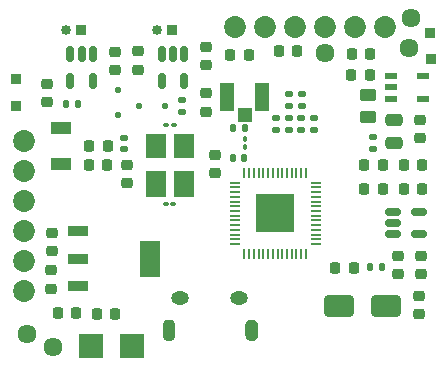
<source format=gbr>
%TF.GenerationSoftware,KiCad,Pcbnew,9.0.2*%
%TF.CreationDate,2025-07-25T10:59:28-07:00*%
%TF.ProjectId,OuterBoard_4.2,4f757465-7242-46f6-9172-645f342e322e,rev?*%
%TF.SameCoordinates,Original*%
%TF.FileFunction,Soldermask,Bot*%
%TF.FilePolarity,Negative*%
%FSLAX46Y46*%
G04 Gerber Fmt 4.6, Leading zero omitted, Abs format (unit mm)*
G04 Created by KiCad (PCBNEW 9.0.2) date 2025-07-25 10:59:28*
%MOMM*%
%LPD*%
G01*
G04 APERTURE LIST*
G04 Aperture macros list*
%AMRoundRect*
0 Rectangle with rounded corners*
0 $1 Rounding radius*
0 $2 $3 $4 $5 $6 $7 $8 $9 X,Y pos of 4 corners*
0 Add a 4 corners polygon primitive as box body*
4,1,4,$2,$3,$4,$5,$6,$7,$8,$9,$2,$3,0*
0 Add four circle primitives for the rounded corners*
1,1,$1+$1,$2,$3*
1,1,$1+$1,$4,$5*
1,1,$1+$1,$6,$7*
1,1,$1+$1,$8,$9*
0 Add four rect primitives between the rounded corners*
20,1,$1+$1,$2,$3,$4,$5,0*
20,1,$1+$1,$4,$5,$6,$7,0*
20,1,$1+$1,$6,$7,$8,$9,0*
20,1,$1+$1,$8,$9,$2,$3,0*%
G04 Aperture macros list end*
%ADD10C,0.010000*%
%ADD11C,1.612000*%
%ADD12C,1.854000*%
%ADD13R,0.850000X0.850000*%
%ADD14R,2.000000X2.000000*%
%ADD15C,0.850000*%
%ADD16O,1.504000X1.154000*%
%ADD17RoundRect,0.225000X-0.225000X-0.250000X0.225000X-0.250000X0.225000X0.250000X-0.225000X0.250000X0*%
%ADD18RoundRect,0.225000X0.225000X0.250000X-0.225000X0.250000X-0.225000X-0.250000X0.225000X-0.250000X0*%
%ADD19RoundRect,0.100000X0.130000X0.100000X-0.130000X0.100000X-0.130000X-0.100000X0.130000X-0.100000X0*%
%ADD20RoundRect,0.225000X-0.250000X0.225000X-0.250000X-0.225000X0.250000X-0.225000X0.250000X0.225000X0*%
%ADD21RoundRect,0.225000X0.250000X-0.225000X0.250000X0.225000X-0.250000X0.225000X-0.250000X-0.225000X0*%
%ADD22RoundRect,0.102000X0.525000X1.100000X-0.525000X1.100000X-0.525000X-1.100000X0.525000X-1.100000X0*%
%ADD23RoundRect,0.102000X0.525000X0.500000X-0.525000X0.500000X-0.525000X-0.500000X0.525000X-0.500000X0*%
%ADD24R,1.803400X1.117600*%
%ADD25RoundRect,0.250000X-0.475000X0.250000X-0.475000X-0.250000X0.475000X-0.250000X0.475000X0.250000X0*%
%ADD26RoundRect,0.150000X-0.150000X0.512500X-0.150000X-0.512500X0.150000X-0.512500X0.150000X0.512500X0*%
%ADD27RoundRect,0.100000X-0.130000X-0.100000X0.130000X-0.100000X0.130000X0.100000X-0.130000X0.100000X0*%
%ADD28RoundRect,0.135000X0.185000X-0.135000X0.185000X0.135000X-0.185000X0.135000X-0.185000X-0.135000X0*%
%ADD29R,1.000000X0.599999*%
%ADD30RoundRect,0.250000X-1.000000X-0.650000X1.000000X-0.650000X1.000000X0.650000X-1.000000X0.650000X0*%
%ADD31RoundRect,0.218750X-0.218750X-0.256250X0.218750X-0.256250X0.218750X0.256250X-0.218750X0.256250X0*%
%ADD32R,1.761200X0.850800*%
%ADD33R,1.761200X3.150799*%
%ADD34RoundRect,0.125000X-0.125000X-0.125000X0.125000X-0.125000X0.125000X0.125000X-0.125000X0.125000X0*%
%ADD35RoundRect,0.135000X-0.185000X0.135000X-0.185000X-0.135000X0.185000X-0.135000X0.185000X0.135000X0*%
%ADD36RoundRect,0.140000X0.170000X-0.140000X0.170000X0.140000X-0.170000X0.140000X-0.170000X-0.140000X0*%
%ADD37RoundRect,0.250000X-0.450000X0.262500X-0.450000X-0.262500X0.450000X-0.262500X0.450000X0.262500X0*%
%ADD38RoundRect,0.125000X0.125000X-0.125000X0.125000X0.125000X-0.125000X0.125000X-0.125000X-0.125000X0*%
%ADD39RoundRect,0.100000X0.100000X-0.130000X0.100000X0.130000X-0.100000X0.130000X-0.100000X-0.130000X0*%
%ADD40RoundRect,0.135000X-0.135000X-0.185000X0.135000X-0.185000X0.135000X0.185000X-0.135000X0.185000X0*%
%ADD41R,1.682000X2.294000*%
%ADD42R,1.682000X2.040000*%
%ADD43RoundRect,0.140000X0.140000X0.170000X-0.140000X0.170000X-0.140000X-0.170000X0.140000X-0.170000X0*%
%ADD44RoundRect,0.150000X-0.512500X-0.150000X0.512500X-0.150000X0.512500X0.150000X-0.512500X0.150000X0*%
%ADD45RoundRect,0.050000X-0.050000X0.387500X-0.050000X-0.387500X0.050000X-0.387500X0.050000X0.387500X0*%
%ADD46RoundRect,0.050000X-0.387500X0.050000X-0.387500X-0.050000X0.387500X-0.050000X0.387500X0.050000X0*%
%ADD47R,3.200000X3.200000*%
G04 APERTURE END LIST*
D10*
%TO.C,J6*%
X131176000Y-102266000D02*
X131201000Y-102268000D01*
X131226000Y-102271000D01*
X131251000Y-102276000D01*
X131276000Y-102282000D01*
X131301000Y-102289000D01*
X131325000Y-102297000D01*
X131348000Y-102307000D01*
X131371000Y-102318000D01*
X131394000Y-102330000D01*
X131416000Y-102344000D01*
X131437000Y-102358000D01*
X131457000Y-102374000D01*
X131476000Y-102390000D01*
X131495000Y-102408000D01*
X131512000Y-102426000D01*
X131529000Y-102446000D01*
X131544000Y-102466000D01*
X131559000Y-102487000D01*
X131572000Y-102509000D01*
X131584000Y-102531000D01*
X131595000Y-102554000D01*
X131605000Y-102578000D01*
X131614000Y-102602000D01*
X131621000Y-102626000D01*
X131627000Y-102651000D01*
X131631000Y-102676000D01*
X131635000Y-102702000D01*
X131637000Y-102727000D01*
X131637000Y-102752000D01*
X131637500Y-102752500D01*
X131637000Y-103528000D01*
X131637000Y-103553000D01*
X131635000Y-103578000D01*
X131631000Y-103604000D01*
X131627000Y-103629000D01*
X131621000Y-103654000D01*
X131614000Y-103678000D01*
X131605000Y-103702000D01*
X131595000Y-103726000D01*
X131584000Y-103749000D01*
X131572000Y-103771000D01*
X131559000Y-103793000D01*
X131544000Y-103814000D01*
X131529000Y-103834000D01*
X131512000Y-103854000D01*
X131495000Y-103872000D01*
X131476000Y-103890000D01*
X131457000Y-103906000D01*
X131437000Y-103922000D01*
X131416000Y-103936000D01*
X131394000Y-103950000D01*
X131371000Y-103962000D01*
X131348000Y-103973000D01*
X131325000Y-103983000D01*
X131301000Y-103991000D01*
X131276000Y-103998000D01*
X131251000Y-104004000D01*
X131226000Y-104009000D01*
X131201000Y-104012000D01*
X131176000Y-104014000D01*
X131150000Y-104015000D01*
X131124000Y-104014000D01*
X131099000Y-104012000D01*
X131074000Y-104009000D01*
X131049000Y-104004000D01*
X131024000Y-103998000D01*
X130999000Y-103991000D01*
X130975000Y-103983000D01*
X130952000Y-103973000D01*
X130929000Y-103962000D01*
X130906000Y-103950000D01*
X130884000Y-103936000D01*
X130863000Y-103922000D01*
X130843000Y-103906000D01*
X130824000Y-103890000D01*
X130805000Y-103872000D01*
X130788000Y-103854000D01*
X130771000Y-103834000D01*
X130756000Y-103814000D01*
X130741000Y-103793000D01*
X130728000Y-103771000D01*
X130716000Y-103749000D01*
X130705000Y-103726000D01*
X130695000Y-103702000D01*
X130686000Y-103678000D01*
X130679000Y-103654000D01*
X130673000Y-103629000D01*
X130669000Y-103604000D01*
X130665000Y-103578000D01*
X130663000Y-103553000D01*
X130663000Y-103528000D01*
X130663000Y-102752000D01*
X130663000Y-102727000D01*
X130665000Y-102702000D01*
X130669000Y-102676000D01*
X130673000Y-102651000D01*
X130679000Y-102626000D01*
X130686000Y-102602000D01*
X130695000Y-102578000D01*
X130705000Y-102554000D01*
X130716000Y-102531000D01*
X130728000Y-102509000D01*
X130741000Y-102487000D01*
X130756000Y-102466000D01*
X130771000Y-102446000D01*
X130788000Y-102426000D01*
X130805000Y-102408000D01*
X130824000Y-102390000D01*
X130843000Y-102374000D01*
X130863000Y-102358000D01*
X130884000Y-102344000D01*
X130906000Y-102330000D01*
X130929000Y-102318000D01*
X130952000Y-102307000D01*
X130975000Y-102297000D01*
X130999000Y-102289000D01*
X131024000Y-102282000D01*
X131049000Y-102276000D01*
X131074000Y-102271000D01*
X131099000Y-102268000D01*
X131124000Y-102266000D01*
X131150000Y-102265000D01*
X131176000Y-102266000D01*
G36*
X131176000Y-102266000D02*
G01*
X131201000Y-102268000D01*
X131226000Y-102271000D01*
X131251000Y-102276000D01*
X131276000Y-102282000D01*
X131301000Y-102289000D01*
X131325000Y-102297000D01*
X131348000Y-102307000D01*
X131371000Y-102318000D01*
X131394000Y-102330000D01*
X131416000Y-102344000D01*
X131437000Y-102358000D01*
X131457000Y-102374000D01*
X131476000Y-102390000D01*
X131495000Y-102408000D01*
X131512000Y-102426000D01*
X131529000Y-102446000D01*
X131544000Y-102466000D01*
X131559000Y-102487000D01*
X131572000Y-102509000D01*
X131584000Y-102531000D01*
X131595000Y-102554000D01*
X131605000Y-102578000D01*
X131614000Y-102602000D01*
X131621000Y-102626000D01*
X131627000Y-102651000D01*
X131631000Y-102676000D01*
X131635000Y-102702000D01*
X131637000Y-102727000D01*
X131637000Y-102752000D01*
X131637500Y-102752500D01*
X131637000Y-103528000D01*
X131637000Y-103553000D01*
X131635000Y-103578000D01*
X131631000Y-103604000D01*
X131627000Y-103629000D01*
X131621000Y-103654000D01*
X131614000Y-103678000D01*
X131605000Y-103702000D01*
X131595000Y-103726000D01*
X131584000Y-103749000D01*
X131572000Y-103771000D01*
X131559000Y-103793000D01*
X131544000Y-103814000D01*
X131529000Y-103834000D01*
X131512000Y-103854000D01*
X131495000Y-103872000D01*
X131476000Y-103890000D01*
X131457000Y-103906000D01*
X131437000Y-103922000D01*
X131416000Y-103936000D01*
X131394000Y-103950000D01*
X131371000Y-103962000D01*
X131348000Y-103973000D01*
X131325000Y-103983000D01*
X131301000Y-103991000D01*
X131276000Y-103998000D01*
X131251000Y-104004000D01*
X131226000Y-104009000D01*
X131201000Y-104012000D01*
X131176000Y-104014000D01*
X131150000Y-104015000D01*
X131124000Y-104014000D01*
X131099000Y-104012000D01*
X131074000Y-104009000D01*
X131049000Y-104004000D01*
X131024000Y-103998000D01*
X130999000Y-103991000D01*
X130975000Y-103983000D01*
X130952000Y-103973000D01*
X130929000Y-103962000D01*
X130906000Y-103950000D01*
X130884000Y-103936000D01*
X130863000Y-103922000D01*
X130843000Y-103906000D01*
X130824000Y-103890000D01*
X130805000Y-103872000D01*
X130788000Y-103854000D01*
X130771000Y-103834000D01*
X130756000Y-103814000D01*
X130741000Y-103793000D01*
X130728000Y-103771000D01*
X130716000Y-103749000D01*
X130705000Y-103726000D01*
X130695000Y-103702000D01*
X130686000Y-103678000D01*
X130679000Y-103654000D01*
X130673000Y-103629000D01*
X130669000Y-103604000D01*
X130665000Y-103578000D01*
X130663000Y-103553000D01*
X130663000Y-103528000D01*
X130663000Y-102752000D01*
X130663000Y-102727000D01*
X130665000Y-102702000D01*
X130669000Y-102676000D01*
X130673000Y-102651000D01*
X130679000Y-102626000D01*
X130686000Y-102602000D01*
X130695000Y-102578000D01*
X130705000Y-102554000D01*
X130716000Y-102531000D01*
X130728000Y-102509000D01*
X130741000Y-102487000D01*
X130756000Y-102466000D01*
X130771000Y-102446000D01*
X130788000Y-102426000D01*
X130805000Y-102408000D01*
X130824000Y-102390000D01*
X130843000Y-102374000D01*
X130863000Y-102358000D01*
X130884000Y-102344000D01*
X130906000Y-102330000D01*
X130929000Y-102318000D01*
X130952000Y-102307000D01*
X130975000Y-102297000D01*
X130999000Y-102289000D01*
X131024000Y-102282000D01*
X131049000Y-102276000D01*
X131074000Y-102271000D01*
X131099000Y-102268000D01*
X131124000Y-102266000D01*
X131150000Y-102265000D01*
X131176000Y-102266000D01*
G37*
X138176000Y-102266000D02*
X138201000Y-102268000D01*
X138226000Y-102271000D01*
X138251000Y-102276000D01*
X138276000Y-102282000D01*
X138301000Y-102289000D01*
X138325000Y-102297000D01*
X138348000Y-102307000D01*
X138371000Y-102318000D01*
X138394000Y-102330000D01*
X138416000Y-102344000D01*
X138437000Y-102358000D01*
X138457000Y-102374000D01*
X138476000Y-102390000D01*
X138495000Y-102408000D01*
X138512000Y-102426000D01*
X138529000Y-102446000D01*
X138544000Y-102466000D01*
X138559000Y-102487000D01*
X138572000Y-102509000D01*
X138584000Y-102531000D01*
X138595000Y-102554000D01*
X138605000Y-102578000D01*
X138614000Y-102602000D01*
X138621000Y-102626000D01*
X138627000Y-102651000D01*
X138631000Y-102676000D01*
X138635000Y-102702000D01*
X138637000Y-102727000D01*
X138637000Y-102752000D01*
X138637500Y-102752500D01*
X138637000Y-103528000D01*
X138637000Y-103553000D01*
X138635000Y-103578000D01*
X138631000Y-103604000D01*
X138627000Y-103629000D01*
X138621000Y-103654000D01*
X138614000Y-103678000D01*
X138605000Y-103702000D01*
X138595000Y-103726000D01*
X138584000Y-103749000D01*
X138572000Y-103771000D01*
X138559000Y-103793000D01*
X138544000Y-103814000D01*
X138529000Y-103834000D01*
X138512000Y-103854000D01*
X138495000Y-103872000D01*
X138476000Y-103890000D01*
X138457000Y-103906000D01*
X138437000Y-103922000D01*
X138416000Y-103936000D01*
X138394000Y-103950000D01*
X138371000Y-103962000D01*
X138348000Y-103973000D01*
X138325000Y-103983000D01*
X138301000Y-103991000D01*
X138276000Y-103998000D01*
X138251000Y-104004000D01*
X138226000Y-104009000D01*
X138201000Y-104012000D01*
X138176000Y-104014000D01*
X138150000Y-104015000D01*
X138124000Y-104014000D01*
X138099000Y-104012000D01*
X138074000Y-104009000D01*
X138049000Y-104004000D01*
X138024000Y-103998000D01*
X137999000Y-103991000D01*
X137975000Y-103983000D01*
X137952000Y-103973000D01*
X137929000Y-103962000D01*
X137906000Y-103950000D01*
X137884000Y-103936000D01*
X137863000Y-103922000D01*
X137843000Y-103906000D01*
X137824000Y-103890000D01*
X137805000Y-103872000D01*
X137788000Y-103854000D01*
X137771000Y-103834000D01*
X137756000Y-103814000D01*
X137741000Y-103793000D01*
X137728000Y-103771000D01*
X137716000Y-103749000D01*
X137705000Y-103726000D01*
X137695000Y-103702000D01*
X137686000Y-103678000D01*
X137679000Y-103654000D01*
X137673000Y-103629000D01*
X137669000Y-103604000D01*
X137665000Y-103578000D01*
X137663000Y-103553000D01*
X137663000Y-103528000D01*
X137663000Y-102752000D01*
X137663000Y-102727000D01*
X137665000Y-102702000D01*
X137669000Y-102676000D01*
X137673000Y-102651000D01*
X137679000Y-102626000D01*
X137686000Y-102602000D01*
X137695000Y-102578000D01*
X137705000Y-102554000D01*
X137716000Y-102531000D01*
X137728000Y-102509000D01*
X137741000Y-102487000D01*
X137756000Y-102466000D01*
X137771000Y-102446000D01*
X137788000Y-102426000D01*
X137805000Y-102408000D01*
X137824000Y-102390000D01*
X137843000Y-102374000D01*
X137863000Y-102358000D01*
X137884000Y-102344000D01*
X137906000Y-102330000D01*
X137929000Y-102318000D01*
X137952000Y-102307000D01*
X137975000Y-102297000D01*
X137999000Y-102289000D01*
X138024000Y-102282000D01*
X138049000Y-102276000D01*
X138074000Y-102271000D01*
X138099000Y-102268000D01*
X138124000Y-102266000D01*
X138150000Y-102265000D01*
X138176000Y-102266000D01*
G36*
X138176000Y-102266000D02*
G01*
X138201000Y-102268000D01*
X138226000Y-102271000D01*
X138251000Y-102276000D01*
X138276000Y-102282000D01*
X138301000Y-102289000D01*
X138325000Y-102297000D01*
X138348000Y-102307000D01*
X138371000Y-102318000D01*
X138394000Y-102330000D01*
X138416000Y-102344000D01*
X138437000Y-102358000D01*
X138457000Y-102374000D01*
X138476000Y-102390000D01*
X138495000Y-102408000D01*
X138512000Y-102426000D01*
X138529000Y-102446000D01*
X138544000Y-102466000D01*
X138559000Y-102487000D01*
X138572000Y-102509000D01*
X138584000Y-102531000D01*
X138595000Y-102554000D01*
X138605000Y-102578000D01*
X138614000Y-102602000D01*
X138621000Y-102626000D01*
X138627000Y-102651000D01*
X138631000Y-102676000D01*
X138635000Y-102702000D01*
X138637000Y-102727000D01*
X138637000Y-102752000D01*
X138637500Y-102752500D01*
X138637000Y-103528000D01*
X138637000Y-103553000D01*
X138635000Y-103578000D01*
X138631000Y-103604000D01*
X138627000Y-103629000D01*
X138621000Y-103654000D01*
X138614000Y-103678000D01*
X138605000Y-103702000D01*
X138595000Y-103726000D01*
X138584000Y-103749000D01*
X138572000Y-103771000D01*
X138559000Y-103793000D01*
X138544000Y-103814000D01*
X138529000Y-103834000D01*
X138512000Y-103854000D01*
X138495000Y-103872000D01*
X138476000Y-103890000D01*
X138457000Y-103906000D01*
X138437000Y-103922000D01*
X138416000Y-103936000D01*
X138394000Y-103950000D01*
X138371000Y-103962000D01*
X138348000Y-103973000D01*
X138325000Y-103983000D01*
X138301000Y-103991000D01*
X138276000Y-103998000D01*
X138251000Y-104004000D01*
X138226000Y-104009000D01*
X138201000Y-104012000D01*
X138176000Y-104014000D01*
X138150000Y-104015000D01*
X138124000Y-104014000D01*
X138099000Y-104012000D01*
X138074000Y-104009000D01*
X138049000Y-104004000D01*
X138024000Y-103998000D01*
X137999000Y-103991000D01*
X137975000Y-103983000D01*
X137952000Y-103973000D01*
X137929000Y-103962000D01*
X137906000Y-103950000D01*
X137884000Y-103936000D01*
X137863000Y-103922000D01*
X137843000Y-103906000D01*
X137824000Y-103890000D01*
X137805000Y-103872000D01*
X137788000Y-103854000D01*
X137771000Y-103834000D01*
X137756000Y-103814000D01*
X137741000Y-103793000D01*
X137728000Y-103771000D01*
X137716000Y-103749000D01*
X137705000Y-103726000D01*
X137695000Y-103702000D01*
X137686000Y-103678000D01*
X137679000Y-103654000D01*
X137673000Y-103629000D01*
X137669000Y-103604000D01*
X137665000Y-103578000D01*
X137663000Y-103553000D01*
X137663000Y-103528000D01*
X137663000Y-102752000D01*
X137663000Y-102727000D01*
X137665000Y-102702000D01*
X137669000Y-102676000D01*
X137673000Y-102651000D01*
X137679000Y-102626000D01*
X137686000Y-102602000D01*
X137695000Y-102578000D01*
X137705000Y-102554000D01*
X137716000Y-102531000D01*
X137728000Y-102509000D01*
X137741000Y-102487000D01*
X137756000Y-102466000D01*
X137771000Y-102446000D01*
X137788000Y-102426000D01*
X137805000Y-102408000D01*
X137824000Y-102390000D01*
X137843000Y-102374000D01*
X137863000Y-102358000D01*
X137884000Y-102344000D01*
X137906000Y-102330000D01*
X137929000Y-102318000D01*
X137952000Y-102307000D01*
X137975000Y-102297000D01*
X137999000Y-102289000D01*
X138024000Y-102282000D01*
X138049000Y-102276000D01*
X138074000Y-102271000D01*
X138099000Y-102268000D01*
X138124000Y-102266000D01*
X138150000Y-102265000D01*
X138176000Y-102266000D01*
G37*
%TD*%
D11*
%TO.C,J7*%
X151650000Y-76710000D03*
%TD*%
D12*
%TO.C,J2*%
X136800000Y-77500000D03*
X139340000Y-77500000D03*
X141880000Y-77500000D03*
X144420000Y-77500000D03*
X146960000Y-77500000D03*
X149500000Y-77500000D03*
%TD*%
D11*
%TO.C,J8*%
X121370000Y-104620000D03*
%TD*%
D13*
%TO.C,TP3*%
X118220000Y-84170000D03*
%TD*%
%TO.C,TP5*%
X118210000Y-81930000D03*
%TD*%
D11*
%TO.C,J5*%
X119200000Y-103470000D03*
%TD*%
D14*
%TO.C,TP1*%
X124620000Y-104540000D03*
%TD*%
D13*
%TO.C,TP6*%
X153370000Y-80170000D03*
%TD*%
%TO.C,J3*%
X123750000Y-77770000D03*
D15*
X122500000Y-77770000D03*
%TD*%
D11*
%TO.C,J9*%
X151550000Y-79290000D03*
%TD*%
D13*
%TO.C,J4*%
X131440000Y-77740000D03*
D15*
X130190000Y-77740000D03*
%TD*%
D14*
%TO.C,TP2*%
X128030000Y-104540000D03*
%TD*%
D13*
%TO.C,TP4*%
X153310000Y-78030000D03*
%TD*%
D16*
%TO.C,J6*%
X132150000Y-100440000D03*
X137150000Y-100440000D03*
%TD*%
D11*
%TO.C,J11*%
X144360000Y-79710000D03*
%TD*%
D12*
%TO.C,J1*%
X118940000Y-99830000D03*
X118940000Y-97290000D03*
X118940000Y-94750000D03*
X118940000Y-92210000D03*
X118940000Y-89670000D03*
X118940000Y-87130000D03*
%TD*%
D17*
%TO.C,C16*%
X121765000Y-101750000D03*
X123315000Y-101750000D03*
%TD*%
D18*
%TO.C,C27*%
X152600000Y-91200000D03*
X151050000Y-91200000D03*
%TD*%
D19*
%TO.C,C43*%
X131575000Y-85820000D03*
X130935000Y-85820000D03*
%TD*%
D20*
%TO.C,C7*%
X128550000Y-79560000D03*
X128550000Y-81110000D03*
%TD*%
D21*
%TO.C,C9*%
X152320000Y-101785000D03*
X152320000Y-100235000D03*
%TD*%
%TO.C,C40*%
X127640000Y-90720000D03*
X127640000Y-89170000D03*
%TD*%
D22*
%TO.C,ANT1*%
X139060600Y-83399800D03*
X136110600Y-83399800D03*
D23*
X137585600Y-84924800D03*
%TD*%
D21*
%TO.C,C39*%
X134340000Y-84655000D03*
X134340000Y-83105000D03*
%TD*%
D24*
%TO.C,F1*%
X122070000Y-86071400D03*
X122070000Y-89068600D03*
%TD*%
D20*
%TO.C,C24*%
X150550000Y-96860000D03*
X150550000Y-98410000D03*
%TD*%
D18*
%TO.C,C20*%
X148175000Y-81530000D03*
X146625000Y-81530000D03*
%TD*%
%TO.C,C21*%
X149295000Y-91190000D03*
X147745000Y-91190000D03*
%TD*%
D25*
%TO.C,FB1*%
X150260000Y-85400000D03*
X150260000Y-87300000D03*
%TD*%
D21*
%TO.C,C37*%
X135110000Y-89875000D03*
X135110000Y-88325000D03*
%TD*%
D26*
%TO.C,U3*%
X130590000Y-79762500D03*
X131540000Y-79762500D03*
X132490000Y-79762500D03*
X132490000Y-82037500D03*
X130590000Y-82037500D03*
%TD*%
D20*
%TO.C,C11*%
X121270000Y-94915000D03*
X121270000Y-96465000D03*
%TD*%
%TO.C,C8*%
X134350000Y-79195000D03*
X134350000Y-80745000D03*
%TD*%
D27*
%TO.C,C45*%
X130930000Y-92500000D03*
X131570000Y-92500000D03*
%TD*%
D28*
%TO.C,R3*%
X141340000Y-86200000D03*
X141340000Y-85180000D03*
%TD*%
D29*
%TO.C,U7*%
X149954999Y-83550001D03*
X149954999Y-82600000D03*
X149954999Y-81650002D03*
X152704999Y-81650002D03*
X152704999Y-83550001D03*
%TD*%
D30*
%TO.C,D7*%
X145600000Y-101130000D03*
X149600000Y-101130000D03*
%TD*%
D28*
%TO.C,R20*%
X143510000Y-86210000D03*
X143510000Y-85190000D03*
%TD*%
D31*
%TO.C,D9*%
X145265000Y-97910000D03*
X146840000Y-97910000D03*
%TD*%
D32*
%TO.C,U4*%
X123505000Y-99400000D03*
X123505000Y-97100000D03*
X123505000Y-94800000D03*
D33*
X129555000Y-97100000D03*
%TD*%
D20*
%TO.C,C4*%
X126660000Y-79575000D03*
X126660000Y-81125000D03*
%TD*%
%TO.C,C26*%
X152560000Y-96870000D03*
X152560000Y-98420000D03*
%TD*%
D34*
%TO.C,D11*%
X128682500Y-84210000D03*
X130882500Y-84210000D03*
%TD*%
D35*
%TO.C,R4*%
X132330000Y-83710000D03*
X132330000Y-84730000D03*
%TD*%
D28*
%TO.C,R5*%
X148470000Y-87790000D03*
X148470000Y-86770000D03*
%TD*%
D18*
%TO.C,C25*%
X152600000Y-89190000D03*
X151050000Y-89190000D03*
%TD*%
D36*
%TO.C,C41*%
X127350000Y-87860000D03*
X127350000Y-86900000D03*
%TD*%
D18*
%TO.C,C36*%
X125980000Y-89200000D03*
X124430000Y-89200000D03*
%TD*%
%TO.C,C18*%
X137945000Y-79840000D03*
X136395000Y-79840000D03*
%TD*%
D37*
%TO.C,R10*%
X148000000Y-83257500D03*
X148000000Y-85082500D03*
%TD*%
D18*
%TO.C,C22*%
X148220000Y-79820000D03*
X146670000Y-79820000D03*
%TD*%
D38*
%TO.C,D10*%
X126870000Y-84987500D03*
X126870000Y-82787500D03*
%TD*%
D39*
%TO.C,L1*%
X137585600Y-87644800D03*
X137585600Y-87004800D03*
%TD*%
D40*
%TO.C,R15*%
X148202500Y-97850000D03*
X149222500Y-97850000D03*
%TD*%
D41*
%TO.C,Y2*%
X130078000Y-90747000D03*
D42*
X130078000Y-87580000D03*
X132460000Y-87580000D03*
D41*
X132460000Y-90747000D03*
%TD*%
D28*
%TO.C,R2*%
X142410000Y-86210000D03*
X142410000Y-85190000D03*
%TD*%
D43*
%TO.C,C35*%
X137580000Y-88580000D03*
X136620000Y-88580000D03*
%TD*%
D44*
%TO.C,U5*%
X150122500Y-95040000D03*
X150122500Y-94090000D03*
X150122500Y-93140000D03*
X152397500Y-93140000D03*
X152397500Y-95040000D03*
%TD*%
D20*
%TO.C,C10*%
X121200000Y-98095000D03*
X121200000Y-99645000D03*
%TD*%
D40*
%TO.C,R1*%
X122510000Y-84050000D03*
X123530000Y-84050000D03*
%TD*%
D20*
%TO.C,C3*%
X120890000Y-82300000D03*
X120890000Y-83850000D03*
%TD*%
D18*
%TO.C,C19*%
X149280000Y-89220000D03*
X147730000Y-89220000D03*
%TD*%
D17*
%TO.C,C17*%
X140510000Y-79550000D03*
X142060000Y-79550000D03*
%TD*%
D28*
%TO.C,R19*%
X140230000Y-86200000D03*
X140230000Y-85180000D03*
%TD*%
D17*
%TO.C,C13*%
X125100000Y-101770000D03*
X126650000Y-101770000D03*
%TD*%
D26*
%TO.C,U1*%
X122840000Y-79772500D03*
X123790000Y-79772500D03*
X124740000Y-79772500D03*
X124740000Y-82047500D03*
X122840000Y-82047500D03*
%TD*%
D43*
%TO.C,C33*%
X137590000Y-86064800D03*
X136630000Y-86064800D03*
%TD*%
D35*
%TO.C,R12*%
X141320000Y-83170000D03*
X141320000Y-84190000D03*
%TD*%
D18*
%TO.C,C34*%
X125995000Y-87570000D03*
X124445000Y-87570000D03*
%TD*%
D35*
%TO.C,R11*%
X142440000Y-83190000D03*
X142440000Y-84210000D03*
%TD*%
D21*
%TO.C,C15*%
X152430000Y-86925000D03*
X152430000Y-85375000D03*
%TD*%
D45*
%TO.C,U9*%
X137580000Y-89832500D03*
X137980000Y-89832500D03*
X138380000Y-89832500D03*
X138780000Y-89832500D03*
X139180000Y-89832500D03*
X139580000Y-89832500D03*
X139980000Y-89832500D03*
X140380000Y-89832500D03*
X140780000Y-89832500D03*
X141180000Y-89832500D03*
X141580000Y-89832500D03*
X141980000Y-89832500D03*
X142380000Y-89832500D03*
X142780000Y-89832500D03*
D46*
X143617500Y-90670000D03*
X143617500Y-91070000D03*
X143617500Y-91470000D03*
X143617500Y-91870000D03*
X143617500Y-92270000D03*
X143617500Y-92670000D03*
X143617500Y-93070000D03*
X143617500Y-93470000D03*
X143617500Y-93870000D03*
X143617500Y-94270000D03*
X143617500Y-94670000D03*
X143617500Y-95070000D03*
X143617500Y-95470000D03*
X143617500Y-95870000D03*
D45*
X142780000Y-96707500D03*
X142380000Y-96707500D03*
X141980000Y-96707500D03*
X141580000Y-96707500D03*
X141180000Y-96707500D03*
X140780000Y-96707500D03*
X140380000Y-96707500D03*
X139980000Y-96707500D03*
X139580000Y-96707500D03*
X139180000Y-96707500D03*
X138780000Y-96707500D03*
X138380000Y-96707500D03*
X137980000Y-96707500D03*
X137580000Y-96707500D03*
D46*
X136742500Y-95870000D03*
X136742500Y-95470000D03*
X136742500Y-95070000D03*
X136742500Y-94670000D03*
X136742500Y-94270000D03*
X136742500Y-93870000D03*
X136742500Y-93470000D03*
X136742500Y-93070000D03*
X136742500Y-92670000D03*
X136742500Y-92270000D03*
X136742500Y-91870000D03*
X136742500Y-91470000D03*
X136742500Y-91070000D03*
X136742500Y-90670000D03*
D47*
X140180000Y-93270000D03*
%TD*%
M02*

</source>
